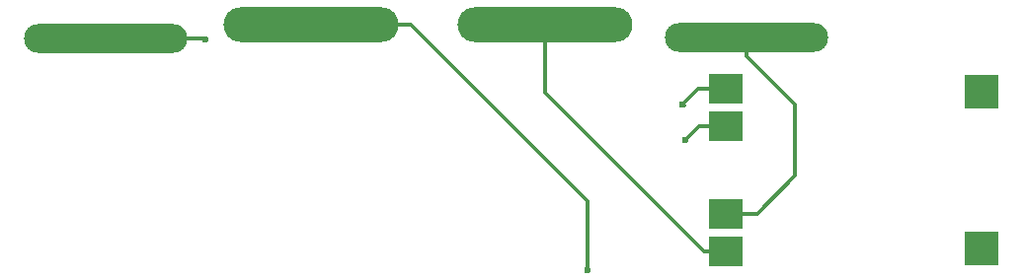
<source format=gbr>
G04 #@! TF.GenerationSoftware,KiCad,Pcbnew,5.1.4-e60b266~84~ubuntu19.04.1*
G04 #@! TF.CreationDate,2019-09-15T17:47:07+02:00*
G04 #@! TF.ProjectId,kicad,6b696361-642e-46b6-9963-61645f706362,rev?*
G04 #@! TF.SameCoordinates,Original*
G04 #@! TF.FileFunction,Copper,L2,Bot*
G04 #@! TF.FilePolarity,Positive*
%FSLAX46Y46*%
G04 Gerber Fmt 4.6, Leading zero omitted, Abs format (unit mm)*
G04 Created by KiCad (PCBNEW 5.1.4-e60b266~84~ubuntu19.04.1) date 2019-09-15 17:47:07*
%MOMM*%
%LPD*%
G04 APERTURE LIST*
%ADD10R,3.000000X3.000000*%
%ADD11R,3.000000X2.500000*%
%ADD12O,15.000000X3.000000*%
%ADD13O,14.000000X2.500000*%
%ADD14C,0.600000*%
%ADD15C,0.300000*%
G04 APERTURE END LIST*
D10*
X118000000Y-28750000D03*
X118000000Y-42250000D03*
D11*
X96000000Y-42500000D03*
X96000000Y-28500000D03*
X96000000Y-31750000D03*
X96000000Y-39250000D03*
D12*
X80575000Y-23000000D03*
X60500000Y-23000000D03*
D13*
X97850000Y-24150000D03*
X42900000Y-24200000D03*
D14*
X51450000Y-24272000D03*
X92598000Y-32908000D03*
X84216000Y-44084000D03*
X92344000Y-29860000D03*
D15*
X51378000Y-24200000D02*
X51450000Y-24272000D01*
X42900000Y-24200000D02*
X51378000Y-24200000D01*
X93756000Y-31750000D02*
X92598000Y-32908000D01*
X96000000Y-31750000D02*
X93756000Y-31750000D01*
X97850000Y-25700000D02*
X102000000Y-29850000D01*
X97850000Y-24150000D02*
X97850000Y-25700000D01*
X102000000Y-29850000D02*
X102000000Y-36000000D01*
X98750000Y-39250000D02*
X96000000Y-39250000D01*
X102000000Y-36000000D02*
X98750000Y-39250000D01*
X84216000Y-38216000D02*
X84216000Y-44084000D01*
X60500000Y-23000000D02*
X69000000Y-23000000D01*
X69000000Y-23000000D02*
X84216000Y-38216000D01*
X80575000Y-23850000D02*
X80575000Y-22300000D01*
X80575000Y-28875000D02*
X80575000Y-28075000D01*
X94200000Y-42500000D02*
X80575000Y-28875000D01*
X96000000Y-42500000D02*
X94200000Y-42500000D01*
X80575000Y-28825000D02*
X80575000Y-28075000D01*
X80575000Y-28075000D02*
X80575000Y-23850000D01*
X92484000Y-30000000D02*
X92344000Y-29860000D01*
X93704000Y-28500000D02*
X92344000Y-29860000D01*
X96000000Y-28500000D02*
X93704000Y-28500000D01*
M02*

</source>
